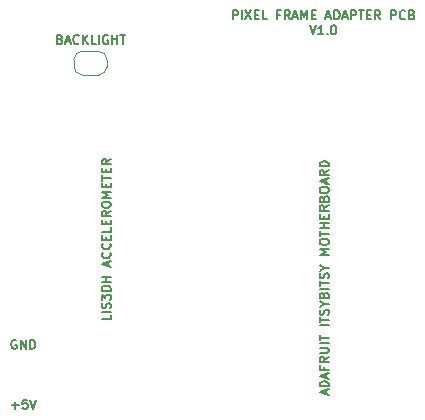
<source format=gbr>
%TF.GenerationSoftware,KiCad,Pcbnew,(6.0.4-0)*%
%TF.CreationDate,2022-08-04T12:42:01-05:00*%
%TF.ProjectId,pixel-frame-adapter,70697865-6c2d-4667-9261-6d652d616461,rev?*%
%TF.SameCoordinates,Original*%
%TF.FileFunction,Legend,Top*%
%TF.FilePolarity,Positive*%
%FSLAX46Y46*%
G04 Gerber Fmt 4.6, Leading zero omitted, Abs format (unit mm)*
G04 Created by KiCad (PCBNEW (6.0.4-0)) date 2022-08-04 12:42:01*
%MOMM*%
%LPD*%
G01*
G04 APERTURE LIST*
%ADD10C,0.190500*%
%ADD11C,0.120000*%
G04 APERTURE END LIST*
D10*
X134852228Y-109169200D02*
X134779657Y-109132914D01*
X134670800Y-109132914D01*
X134561942Y-109169200D01*
X134489371Y-109241771D01*
X134453085Y-109314342D01*
X134416800Y-109459485D01*
X134416800Y-109568342D01*
X134453085Y-109713485D01*
X134489371Y-109786057D01*
X134561942Y-109858628D01*
X134670800Y-109894914D01*
X134743371Y-109894914D01*
X134852228Y-109858628D01*
X134888514Y-109822342D01*
X134888514Y-109568342D01*
X134743371Y-109568342D01*
X135215085Y-109894914D02*
X135215085Y-109132914D01*
X135650514Y-109894914D01*
X135650514Y-109132914D01*
X136013371Y-109894914D02*
X136013371Y-109132914D01*
X136194800Y-109132914D01*
X136303657Y-109169200D01*
X136376228Y-109241771D01*
X136412514Y-109314342D01*
X136448800Y-109459485D01*
X136448800Y-109568342D01*
X136412514Y-109713485D01*
X136376228Y-109786057D01*
X136303657Y-109858628D01*
X136194800Y-109894914D01*
X136013371Y-109894914D01*
X134453085Y-114684628D02*
X135033657Y-114684628D01*
X134743371Y-114974914D02*
X134743371Y-114394342D01*
X135759371Y-114212914D02*
X135396514Y-114212914D01*
X135360228Y-114575771D01*
X135396514Y-114539485D01*
X135469085Y-114503200D01*
X135650514Y-114503200D01*
X135723085Y-114539485D01*
X135759371Y-114575771D01*
X135795657Y-114648342D01*
X135795657Y-114829771D01*
X135759371Y-114902342D01*
X135723085Y-114938628D01*
X135650514Y-114974914D01*
X135469085Y-114974914D01*
X135396514Y-114938628D01*
X135360228Y-114902342D01*
X136013371Y-114212914D02*
X136267371Y-114974914D01*
X136521371Y-114212914D01*
X161061400Y-113755714D02*
X161061400Y-113392857D01*
X161279114Y-113828285D02*
X160517114Y-113574285D01*
X161279114Y-113320285D01*
X161279114Y-113066285D02*
X160517114Y-113066285D01*
X160517114Y-112884857D01*
X160553400Y-112776000D01*
X160625971Y-112703428D01*
X160698542Y-112667142D01*
X160843685Y-112630857D01*
X160952542Y-112630857D01*
X161097685Y-112667142D01*
X161170257Y-112703428D01*
X161242828Y-112776000D01*
X161279114Y-112884857D01*
X161279114Y-113066285D01*
X161061400Y-112340571D02*
X161061400Y-111977714D01*
X161279114Y-112413142D02*
X160517114Y-112159142D01*
X161279114Y-111905142D01*
X160879971Y-111397142D02*
X160879971Y-111651142D01*
X161279114Y-111651142D02*
X160517114Y-111651142D01*
X160517114Y-111288285D01*
X161279114Y-110562571D02*
X160916257Y-110816571D01*
X161279114Y-110998000D02*
X160517114Y-110998000D01*
X160517114Y-110707714D01*
X160553400Y-110635142D01*
X160589685Y-110598857D01*
X160662257Y-110562571D01*
X160771114Y-110562571D01*
X160843685Y-110598857D01*
X160879971Y-110635142D01*
X160916257Y-110707714D01*
X160916257Y-110998000D01*
X160517114Y-110236000D02*
X161133971Y-110236000D01*
X161206542Y-110199714D01*
X161242828Y-110163428D01*
X161279114Y-110090857D01*
X161279114Y-109945714D01*
X161242828Y-109873142D01*
X161206542Y-109836857D01*
X161133971Y-109800571D01*
X160517114Y-109800571D01*
X161279114Y-109437714D02*
X160517114Y-109437714D01*
X160517114Y-109183714D02*
X160517114Y-108748285D01*
X161279114Y-108966000D02*
X160517114Y-108966000D01*
X161279114Y-107913714D02*
X160517114Y-107913714D01*
X160517114Y-107659714D02*
X160517114Y-107224285D01*
X161279114Y-107442000D02*
X160517114Y-107442000D01*
X161242828Y-107006571D02*
X161279114Y-106897714D01*
X161279114Y-106716285D01*
X161242828Y-106643714D01*
X161206542Y-106607428D01*
X161133971Y-106571142D01*
X161061400Y-106571142D01*
X160988828Y-106607428D01*
X160952542Y-106643714D01*
X160916257Y-106716285D01*
X160879971Y-106861428D01*
X160843685Y-106934000D01*
X160807400Y-106970285D01*
X160734828Y-107006571D01*
X160662257Y-107006571D01*
X160589685Y-106970285D01*
X160553400Y-106934000D01*
X160517114Y-106861428D01*
X160517114Y-106680000D01*
X160553400Y-106571142D01*
X160916257Y-106099428D02*
X161279114Y-106099428D01*
X160517114Y-106353428D02*
X160916257Y-106099428D01*
X160517114Y-105845428D01*
X160879971Y-105337428D02*
X160916257Y-105228571D01*
X160952542Y-105192285D01*
X161025114Y-105156000D01*
X161133971Y-105156000D01*
X161206542Y-105192285D01*
X161242828Y-105228571D01*
X161279114Y-105301142D01*
X161279114Y-105591428D01*
X160517114Y-105591428D01*
X160517114Y-105337428D01*
X160553400Y-105264857D01*
X160589685Y-105228571D01*
X160662257Y-105192285D01*
X160734828Y-105192285D01*
X160807400Y-105228571D01*
X160843685Y-105264857D01*
X160879971Y-105337428D01*
X160879971Y-105591428D01*
X161279114Y-104829428D02*
X160517114Y-104829428D01*
X160517114Y-104575428D02*
X160517114Y-104140000D01*
X161279114Y-104357714D02*
X160517114Y-104357714D01*
X161242828Y-103922285D02*
X161279114Y-103813428D01*
X161279114Y-103632000D01*
X161242828Y-103559428D01*
X161206542Y-103523142D01*
X161133971Y-103486857D01*
X161061400Y-103486857D01*
X160988828Y-103523142D01*
X160952542Y-103559428D01*
X160916257Y-103632000D01*
X160879971Y-103777142D01*
X160843685Y-103849714D01*
X160807400Y-103886000D01*
X160734828Y-103922285D01*
X160662257Y-103922285D01*
X160589685Y-103886000D01*
X160553400Y-103849714D01*
X160517114Y-103777142D01*
X160517114Y-103595714D01*
X160553400Y-103486857D01*
X160916257Y-103015142D02*
X161279114Y-103015142D01*
X160517114Y-103269142D02*
X160916257Y-103015142D01*
X160517114Y-102761142D01*
X161279114Y-101926571D02*
X160517114Y-101926571D01*
X161061400Y-101672571D01*
X160517114Y-101418571D01*
X161279114Y-101418571D01*
X160517114Y-100910571D02*
X160517114Y-100765428D01*
X160553400Y-100692857D01*
X160625971Y-100620285D01*
X160771114Y-100584000D01*
X161025114Y-100584000D01*
X161170257Y-100620285D01*
X161242828Y-100692857D01*
X161279114Y-100765428D01*
X161279114Y-100910571D01*
X161242828Y-100983142D01*
X161170257Y-101055714D01*
X161025114Y-101092000D01*
X160771114Y-101092000D01*
X160625971Y-101055714D01*
X160553400Y-100983142D01*
X160517114Y-100910571D01*
X160517114Y-100366285D02*
X160517114Y-99930857D01*
X161279114Y-100148571D02*
X160517114Y-100148571D01*
X161279114Y-99676857D02*
X160517114Y-99676857D01*
X160879971Y-99676857D02*
X160879971Y-99241428D01*
X161279114Y-99241428D02*
X160517114Y-99241428D01*
X160879971Y-98878571D02*
X160879971Y-98624571D01*
X161279114Y-98515714D02*
X161279114Y-98878571D01*
X160517114Y-98878571D01*
X160517114Y-98515714D01*
X161279114Y-97753714D02*
X160916257Y-98007714D01*
X161279114Y-98189142D02*
X160517114Y-98189142D01*
X160517114Y-97898857D01*
X160553400Y-97826285D01*
X160589685Y-97790000D01*
X160662257Y-97753714D01*
X160771114Y-97753714D01*
X160843685Y-97790000D01*
X160879971Y-97826285D01*
X160916257Y-97898857D01*
X160916257Y-98189142D01*
X160879971Y-97173142D02*
X160916257Y-97064285D01*
X160952542Y-97028000D01*
X161025114Y-96991714D01*
X161133971Y-96991714D01*
X161206542Y-97028000D01*
X161242828Y-97064285D01*
X161279114Y-97136857D01*
X161279114Y-97427142D01*
X160517114Y-97427142D01*
X160517114Y-97173142D01*
X160553400Y-97100571D01*
X160589685Y-97064285D01*
X160662257Y-97028000D01*
X160734828Y-97028000D01*
X160807400Y-97064285D01*
X160843685Y-97100571D01*
X160879971Y-97173142D01*
X160879971Y-97427142D01*
X160517114Y-96520000D02*
X160517114Y-96374857D01*
X160553400Y-96302285D01*
X160625971Y-96229714D01*
X160771114Y-96193428D01*
X161025114Y-96193428D01*
X161170257Y-96229714D01*
X161242828Y-96302285D01*
X161279114Y-96374857D01*
X161279114Y-96520000D01*
X161242828Y-96592571D01*
X161170257Y-96665142D01*
X161025114Y-96701428D01*
X160771114Y-96701428D01*
X160625971Y-96665142D01*
X160553400Y-96592571D01*
X160517114Y-96520000D01*
X161061400Y-95903142D02*
X161061400Y-95540285D01*
X161279114Y-95975714D02*
X160517114Y-95721714D01*
X161279114Y-95467714D01*
X161279114Y-94778285D02*
X160916257Y-95032285D01*
X161279114Y-95213714D02*
X160517114Y-95213714D01*
X160517114Y-94923428D01*
X160553400Y-94850857D01*
X160589685Y-94814571D01*
X160662257Y-94778285D01*
X160771114Y-94778285D01*
X160843685Y-94814571D01*
X160879971Y-94850857D01*
X160916257Y-94923428D01*
X160916257Y-95213714D01*
X161279114Y-94451714D02*
X160517114Y-94451714D01*
X160517114Y-94270285D01*
X160553400Y-94161428D01*
X160625971Y-94088857D01*
X160698542Y-94052571D01*
X160843685Y-94016285D01*
X160952542Y-94016285D01*
X161097685Y-94052571D01*
X161170257Y-94088857D01*
X161242828Y-94161428D01*
X161279114Y-94270285D01*
X161279114Y-94451714D01*
X142838714Y-107039228D02*
X142838714Y-107402085D01*
X142076714Y-107402085D01*
X142838714Y-106785228D02*
X142076714Y-106785228D01*
X142802428Y-106458657D02*
X142838714Y-106349800D01*
X142838714Y-106168371D01*
X142802428Y-106095800D01*
X142766142Y-106059514D01*
X142693571Y-106023228D01*
X142621000Y-106023228D01*
X142548428Y-106059514D01*
X142512142Y-106095800D01*
X142475857Y-106168371D01*
X142439571Y-106313514D01*
X142403285Y-106386085D01*
X142367000Y-106422371D01*
X142294428Y-106458657D01*
X142221857Y-106458657D01*
X142149285Y-106422371D01*
X142113000Y-106386085D01*
X142076714Y-106313514D01*
X142076714Y-106132085D01*
X142113000Y-106023228D01*
X142076714Y-105769228D02*
X142076714Y-105297514D01*
X142367000Y-105551514D01*
X142367000Y-105442657D01*
X142403285Y-105370085D01*
X142439571Y-105333800D01*
X142512142Y-105297514D01*
X142693571Y-105297514D01*
X142766142Y-105333800D01*
X142802428Y-105370085D01*
X142838714Y-105442657D01*
X142838714Y-105660371D01*
X142802428Y-105732942D01*
X142766142Y-105769228D01*
X142838714Y-104970942D02*
X142076714Y-104970942D01*
X142076714Y-104789514D01*
X142113000Y-104680657D01*
X142185571Y-104608085D01*
X142258142Y-104571800D01*
X142403285Y-104535514D01*
X142512142Y-104535514D01*
X142657285Y-104571800D01*
X142729857Y-104608085D01*
X142802428Y-104680657D01*
X142838714Y-104789514D01*
X142838714Y-104970942D01*
X142838714Y-104208942D02*
X142076714Y-104208942D01*
X142439571Y-104208942D02*
X142439571Y-103773514D01*
X142838714Y-103773514D02*
X142076714Y-103773514D01*
X142621000Y-102866371D02*
X142621000Y-102503514D01*
X142838714Y-102938942D02*
X142076714Y-102684942D01*
X142838714Y-102430942D01*
X142766142Y-101741514D02*
X142802428Y-101777800D01*
X142838714Y-101886657D01*
X142838714Y-101959228D01*
X142802428Y-102068085D01*
X142729857Y-102140657D01*
X142657285Y-102176942D01*
X142512142Y-102213228D01*
X142403285Y-102213228D01*
X142258142Y-102176942D01*
X142185571Y-102140657D01*
X142113000Y-102068085D01*
X142076714Y-101959228D01*
X142076714Y-101886657D01*
X142113000Y-101777800D01*
X142149285Y-101741514D01*
X142766142Y-100979514D02*
X142802428Y-101015800D01*
X142838714Y-101124657D01*
X142838714Y-101197228D01*
X142802428Y-101306085D01*
X142729857Y-101378657D01*
X142657285Y-101414942D01*
X142512142Y-101451228D01*
X142403285Y-101451228D01*
X142258142Y-101414942D01*
X142185571Y-101378657D01*
X142113000Y-101306085D01*
X142076714Y-101197228D01*
X142076714Y-101124657D01*
X142113000Y-101015800D01*
X142149285Y-100979514D01*
X142439571Y-100652942D02*
X142439571Y-100398942D01*
X142838714Y-100290085D02*
X142838714Y-100652942D01*
X142076714Y-100652942D01*
X142076714Y-100290085D01*
X142838714Y-99600657D02*
X142838714Y-99963514D01*
X142076714Y-99963514D01*
X142439571Y-99346657D02*
X142439571Y-99092657D01*
X142838714Y-98983800D02*
X142838714Y-99346657D01*
X142076714Y-99346657D01*
X142076714Y-98983800D01*
X142838714Y-98221800D02*
X142475857Y-98475800D01*
X142838714Y-98657228D02*
X142076714Y-98657228D01*
X142076714Y-98366942D01*
X142113000Y-98294371D01*
X142149285Y-98258085D01*
X142221857Y-98221800D01*
X142330714Y-98221800D01*
X142403285Y-98258085D01*
X142439571Y-98294371D01*
X142475857Y-98366942D01*
X142475857Y-98657228D01*
X142076714Y-97750085D02*
X142076714Y-97604942D01*
X142113000Y-97532371D01*
X142185571Y-97459800D01*
X142330714Y-97423514D01*
X142584714Y-97423514D01*
X142729857Y-97459800D01*
X142802428Y-97532371D01*
X142838714Y-97604942D01*
X142838714Y-97750085D01*
X142802428Y-97822657D01*
X142729857Y-97895228D01*
X142584714Y-97931514D01*
X142330714Y-97931514D01*
X142185571Y-97895228D01*
X142113000Y-97822657D01*
X142076714Y-97750085D01*
X142838714Y-97096942D02*
X142076714Y-97096942D01*
X142621000Y-96842942D01*
X142076714Y-96588942D01*
X142838714Y-96588942D01*
X142439571Y-96226085D02*
X142439571Y-95972085D01*
X142838714Y-95863228D02*
X142838714Y-96226085D01*
X142076714Y-96226085D01*
X142076714Y-95863228D01*
X142076714Y-95645514D02*
X142076714Y-95210085D01*
X142838714Y-95427800D02*
X142076714Y-95427800D01*
X142439571Y-94956085D02*
X142439571Y-94702085D01*
X142838714Y-94593228D02*
X142838714Y-94956085D01*
X142076714Y-94956085D01*
X142076714Y-94593228D01*
X142838714Y-93831228D02*
X142475857Y-94085228D01*
X142838714Y-94266657D02*
X142076714Y-94266657D01*
X142076714Y-93976371D01*
X142113000Y-93903800D01*
X142149285Y-93867514D01*
X142221857Y-93831228D01*
X142330714Y-93831228D01*
X142403285Y-93867514D01*
X142439571Y-93903800D01*
X142475857Y-93976371D01*
X142475857Y-94266657D01*
X159671657Y-82513714D02*
X159925657Y-83275714D01*
X160179657Y-82513714D01*
X160832800Y-83275714D02*
X160397371Y-83275714D01*
X160615085Y-83275714D02*
X160615085Y-82513714D01*
X160542514Y-82622571D01*
X160469942Y-82695142D01*
X160397371Y-82731428D01*
X161159371Y-83203142D02*
X161195657Y-83239428D01*
X161159371Y-83275714D01*
X161123085Y-83239428D01*
X161159371Y-83203142D01*
X161159371Y-83275714D01*
X161667371Y-82513714D02*
X161739942Y-82513714D01*
X161812514Y-82550000D01*
X161848800Y-82586285D01*
X161885085Y-82658857D01*
X161921371Y-82804000D01*
X161921371Y-82985428D01*
X161885085Y-83130571D01*
X161848800Y-83203142D01*
X161812514Y-83239428D01*
X161739942Y-83275714D01*
X161667371Y-83275714D01*
X161594800Y-83239428D01*
X161558514Y-83203142D01*
X161522228Y-83130571D01*
X161485942Y-82985428D01*
X161485942Y-82804000D01*
X161522228Y-82658857D01*
X161558514Y-82586285D01*
X161594800Y-82550000D01*
X161667371Y-82513714D01*
X153176514Y-82005714D02*
X153176514Y-81243714D01*
X153466800Y-81243714D01*
X153539371Y-81280000D01*
X153575657Y-81316285D01*
X153611942Y-81388857D01*
X153611942Y-81497714D01*
X153575657Y-81570285D01*
X153539371Y-81606571D01*
X153466800Y-81642857D01*
X153176514Y-81642857D01*
X153938514Y-82005714D02*
X153938514Y-81243714D01*
X154228800Y-81243714D02*
X154736800Y-82005714D01*
X154736800Y-81243714D02*
X154228800Y-82005714D01*
X155027085Y-81606571D02*
X155281085Y-81606571D01*
X155389942Y-82005714D02*
X155027085Y-82005714D01*
X155027085Y-81243714D01*
X155389942Y-81243714D01*
X156079371Y-82005714D02*
X155716514Y-82005714D01*
X155716514Y-81243714D01*
X157167942Y-81606571D02*
X156913942Y-81606571D01*
X156913942Y-82005714D02*
X156913942Y-81243714D01*
X157276800Y-81243714D01*
X158002514Y-82005714D02*
X157748514Y-81642857D01*
X157567085Y-82005714D02*
X157567085Y-81243714D01*
X157857371Y-81243714D01*
X157929942Y-81280000D01*
X157966228Y-81316285D01*
X158002514Y-81388857D01*
X158002514Y-81497714D01*
X157966228Y-81570285D01*
X157929942Y-81606571D01*
X157857371Y-81642857D01*
X157567085Y-81642857D01*
X158292800Y-81788000D02*
X158655657Y-81788000D01*
X158220228Y-82005714D02*
X158474228Y-81243714D01*
X158728228Y-82005714D01*
X158982228Y-82005714D02*
X158982228Y-81243714D01*
X159236228Y-81788000D01*
X159490228Y-81243714D01*
X159490228Y-82005714D01*
X159853085Y-81606571D02*
X160107085Y-81606571D01*
X160215942Y-82005714D02*
X159853085Y-82005714D01*
X159853085Y-81243714D01*
X160215942Y-81243714D01*
X161086800Y-81788000D02*
X161449657Y-81788000D01*
X161014228Y-82005714D02*
X161268228Y-81243714D01*
X161522228Y-82005714D01*
X161776228Y-82005714D02*
X161776228Y-81243714D01*
X161957657Y-81243714D01*
X162066514Y-81280000D01*
X162139085Y-81352571D01*
X162175371Y-81425142D01*
X162211657Y-81570285D01*
X162211657Y-81679142D01*
X162175371Y-81824285D01*
X162139085Y-81896857D01*
X162066514Y-81969428D01*
X161957657Y-82005714D01*
X161776228Y-82005714D01*
X162501942Y-81788000D02*
X162864800Y-81788000D01*
X162429371Y-82005714D02*
X162683371Y-81243714D01*
X162937371Y-82005714D01*
X163191371Y-82005714D02*
X163191371Y-81243714D01*
X163481657Y-81243714D01*
X163554228Y-81280000D01*
X163590514Y-81316285D01*
X163626800Y-81388857D01*
X163626800Y-81497714D01*
X163590514Y-81570285D01*
X163554228Y-81606571D01*
X163481657Y-81642857D01*
X163191371Y-81642857D01*
X163844514Y-81243714D02*
X164279942Y-81243714D01*
X164062228Y-82005714D02*
X164062228Y-81243714D01*
X164533942Y-81606571D02*
X164787942Y-81606571D01*
X164896800Y-82005714D02*
X164533942Y-82005714D01*
X164533942Y-81243714D01*
X164896800Y-81243714D01*
X165658800Y-82005714D02*
X165404800Y-81642857D01*
X165223371Y-82005714D02*
X165223371Y-81243714D01*
X165513657Y-81243714D01*
X165586228Y-81280000D01*
X165622514Y-81316285D01*
X165658800Y-81388857D01*
X165658800Y-81497714D01*
X165622514Y-81570285D01*
X165586228Y-81606571D01*
X165513657Y-81642857D01*
X165223371Y-81642857D01*
X166565942Y-82005714D02*
X166565942Y-81243714D01*
X166856228Y-81243714D01*
X166928800Y-81280000D01*
X166965085Y-81316285D01*
X167001371Y-81388857D01*
X167001371Y-81497714D01*
X166965085Y-81570285D01*
X166928800Y-81606571D01*
X166856228Y-81642857D01*
X166565942Y-81642857D01*
X167763371Y-81933142D02*
X167727085Y-81969428D01*
X167618228Y-82005714D01*
X167545657Y-82005714D01*
X167436800Y-81969428D01*
X167364228Y-81896857D01*
X167327942Y-81824285D01*
X167291657Y-81679142D01*
X167291657Y-81570285D01*
X167327942Y-81425142D01*
X167364228Y-81352571D01*
X167436800Y-81280000D01*
X167545657Y-81243714D01*
X167618228Y-81243714D01*
X167727085Y-81280000D01*
X167763371Y-81316285D01*
X168343942Y-81606571D02*
X168452800Y-81642857D01*
X168489085Y-81679142D01*
X168525371Y-81751714D01*
X168525371Y-81860571D01*
X168489085Y-81933142D01*
X168452800Y-81969428D01*
X168380228Y-82005714D01*
X168089942Y-82005714D01*
X168089942Y-81243714D01*
X168343942Y-81243714D01*
X168416514Y-81280000D01*
X168452800Y-81316285D01*
X168489085Y-81388857D01*
X168489085Y-81461428D01*
X168452800Y-81534000D01*
X168416514Y-81570285D01*
X168343942Y-81606571D01*
X168089942Y-81606571D01*
X138527971Y-83689371D02*
X138636828Y-83725657D01*
X138673114Y-83761942D01*
X138709400Y-83834514D01*
X138709400Y-83943371D01*
X138673114Y-84015942D01*
X138636828Y-84052228D01*
X138564257Y-84088514D01*
X138273971Y-84088514D01*
X138273971Y-83326514D01*
X138527971Y-83326514D01*
X138600542Y-83362800D01*
X138636828Y-83399085D01*
X138673114Y-83471657D01*
X138673114Y-83544228D01*
X138636828Y-83616800D01*
X138600542Y-83653085D01*
X138527971Y-83689371D01*
X138273971Y-83689371D01*
X138999685Y-83870800D02*
X139362542Y-83870800D01*
X138927114Y-84088514D02*
X139181114Y-83326514D01*
X139435114Y-84088514D01*
X140124542Y-84015942D02*
X140088257Y-84052228D01*
X139979400Y-84088514D01*
X139906828Y-84088514D01*
X139797971Y-84052228D01*
X139725400Y-83979657D01*
X139689114Y-83907085D01*
X139652828Y-83761942D01*
X139652828Y-83653085D01*
X139689114Y-83507942D01*
X139725400Y-83435371D01*
X139797971Y-83362800D01*
X139906828Y-83326514D01*
X139979400Y-83326514D01*
X140088257Y-83362800D01*
X140124542Y-83399085D01*
X140451114Y-84088514D02*
X140451114Y-83326514D01*
X140886542Y-84088514D02*
X140559971Y-83653085D01*
X140886542Y-83326514D02*
X140451114Y-83761942D01*
X141575971Y-84088514D02*
X141213114Y-84088514D01*
X141213114Y-83326514D01*
X141829971Y-84088514D02*
X141829971Y-83326514D01*
X142591971Y-83362800D02*
X142519400Y-83326514D01*
X142410542Y-83326514D01*
X142301685Y-83362800D01*
X142229114Y-83435371D01*
X142192828Y-83507942D01*
X142156542Y-83653085D01*
X142156542Y-83761942D01*
X142192828Y-83907085D01*
X142229114Y-83979657D01*
X142301685Y-84052228D01*
X142410542Y-84088514D01*
X142483114Y-84088514D01*
X142591971Y-84052228D01*
X142628257Y-84015942D01*
X142628257Y-83761942D01*
X142483114Y-83761942D01*
X142954828Y-84088514D02*
X142954828Y-83326514D01*
X142954828Y-83689371D02*
X143390257Y-83689371D01*
X143390257Y-84088514D02*
X143390257Y-83326514D01*
X143644257Y-83326514D02*
X144079685Y-83326514D01*
X143861971Y-84088514D02*
X143861971Y-83326514D01*
D11*
%TO.C,JP1*%
X139722400Y-85999600D02*
X139722400Y-85399600D01*
X141822400Y-86699600D02*
X140422400Y-86699600D01*
X140422400Y-84699600D02*
X141822400Y-84699600D01*
X142522400Y-85399600D02*
X142522400Y-85999600D01*
X139722400Y-85999600D02*
G75*
G03*
X140422400Y-86699600I700000J0D01*
G01*
X142522400Y-85399600D02*
G75*
G03*
X141822400Y-84699600I-699999J1D01*
G01*
X140422400Y-84699600D02*
G75*
G03*
X139722400Y-85399600I0J-700000D01*
G01*
X141822400Y-86699600D02*
G75*
G03*
X142522400Y-85999600I1J699999D01*
G01*
%TD*%
M02*

</source>
